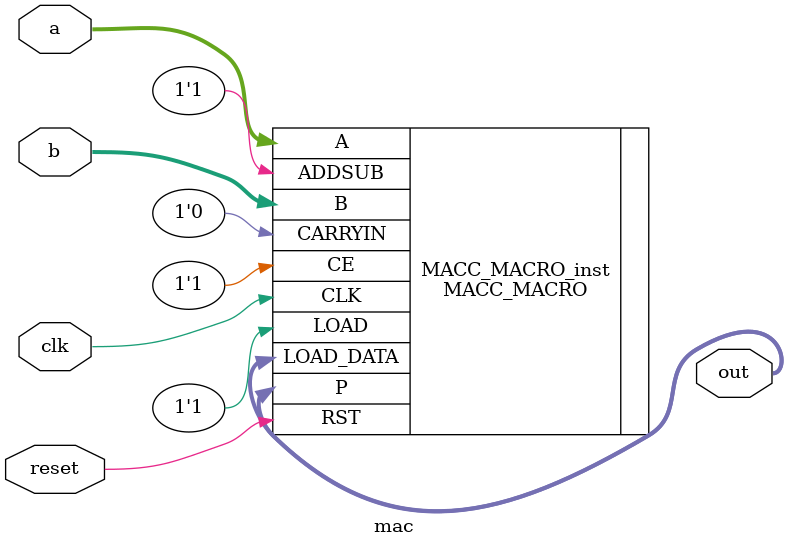
<source format=v>
`timescale 1ns / 1ps


module mac#(
    parameter DATA_WIDTH = 4,
              OUT_WIDTH = 8
)(  
        input clk,
        input reset,
        input [DATA_WIDTH  - 1: 0] a,
        input [DATA_WIDTH  - 1: 0] b,
        output  [OUT_WIDTH: 0] out
    );
    
       MACC_MACRO #(
      .DEVICE("7SERIES"), // Target Device: "7SERIES" 
      .LATENCY(2),        // Desired clock cycle latency, 1-4
      .WIDTH_A(DATA_WIDTH),       // Multiplier A-input bus width, 1-25
      .WIDTH_B(DATA_WIDTH),       // Multiplier B-input bus width, 1-18
      .WIDTH_P(OUT_WIDTH+1)        // Accumulator output bus width, 1-48
   ) MACC_MACRO_inst (
      .P(out),     // MACC output bus, width determined by WIDTH_P parameter
      .A(a),     // MACC input A bus, width determined by WIDTH_A parameter
      .ADDSUB(1'b1), // 1-bit add/sub input, high selects add, low selects subtract
      .B(b),     // MACC input B bus, width determined by WIDTH_B parameter
      .CARRYIN(1'b0), // 1-bit carry-in input to accumulator
      .CE(1'b1),     // 1-bit active high input clock enable
      .CLK(clk),   // 1-bit positive edge clock input
      .LOAD(1'b1), // 1-bit active high input load accumulator enable
      .LOAD_DATA(out), // Load accumulator input data, width determined by WIDTH_P parameter
      .RST(reset)    // 1-bit input active high reset
      );
    
endmodule

</source>
